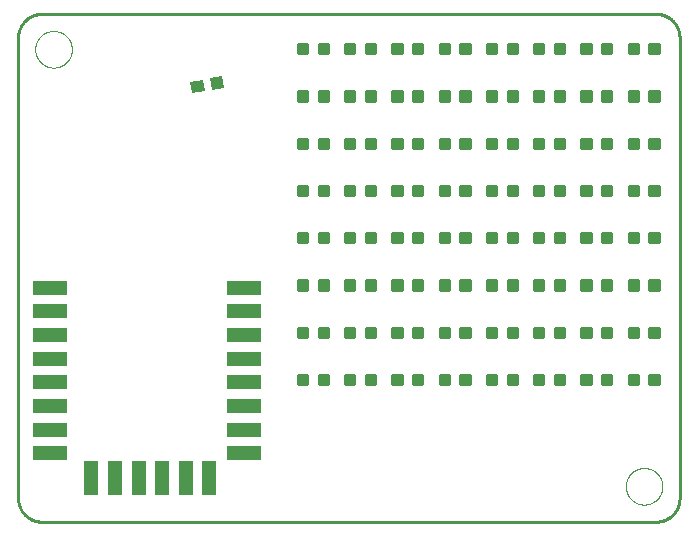
<source format=gtp>
G75*
%MOIN*%
%OFA0B0*%
%FSLAX25Y25*%
%IPPOS*%
%LPD*%
%AMOC8*
5,1,8,0,0,1.08239X$1,22.5*
%
%ADD10C,0.01000*%
%ADD11C,0.00000*%
%ADD12C,0.01181*%
%ADD13R,0.04331X0.03937*%
%ADD14R,0.11811X0.04724*%
%ADD15R,0.04724X0.11811*%
D10*
X0009374Y0001500D02*
X0214098Y0001500D01*
X0214288Y0001502D01*
X0214478Y0001509D01*
X0214668Y0001521D01*
X0214858Y0001537D01*
X0215047Y0001557D01*
X0215236Y0001583D01*
X0215424Y0001612D01*
X0215611Y0001647D01*
X0215797Y0001686D01*
X0215982Y0001729D01*
X0216167Y0001777D01*
X0216350Y0001829D01*
X0216531Y0001885D01*
X0216711Y0001946D01*
X0216890Y0002012D01*
X0217067Y0002081D01*
X0217243Y0002155D01*
X0217416Y0002233D01*
X0217588Y0002316D01*
X0217757Y0002402D01*
X0217925Y0002492D01*
X0218090Y0002587D01*
X0218253Y0002685D01*
X0218413Y0002788D01*
X0218571Y0002894D01*
X0218726Y0003004D01*
X0218879Y0003117D01*
X0219029Y0003235D01*
X0219175Y0003356D01*
X0219319Y0003480D01*
X0219460Y0003608D01*
X0219598Y0003739D01*
X0219733Y0003874D01*
X0219864Y0004012D01*
X0219992Y0004153D01*
X0220116Y0004297D01*
X0220237Y0004443D01*
X0220355Y0004593D01*
X0220468Y0004746D01*
X0220578Y0004901D01*
X0220684Y0005059D01*
X0220787Y0005219D01*
X0220885Y0005382D01*
X0220980Y0005547D01*
X0221070Y0005715D01*
X0221156Y0005884D01*
X0221239Y0006056D01*
X0221317Y0006229D01*
X0221391Y0006405D01*
X0221460Y0006582D01*
X0221526Y0006761D01*
X0221587Y0006941D01*
X0221643Y0007122D01*
X0221695Y0007305D01*
X0221743Y0007490D01*
X0221786Y0007675D01*
X0221825Y0007861D01*
X0221860Y0008048D01*
X0221889Y0008236D01*
X0221915Y0008425D01*
X0221935Y0008614D01*
X0221951Y0008804D01*
X0221963Y0008994D01*
X0221970Y0009184D01*
X0221972Y0009374D01*
X0221972Y0162917D01*
X0221970Y0163107D01*
X0221963Y0163297D01*
X0221951Y0163487D01*
X0221935Y0163677D01*
X0221915Y0163866D01*
X0221889Y0164055D01*
X0221860Y0164243D01*
X0221825Y0164430D01*
X0221786Y0164616D01*
X0221743Y0164801D01*
X0221695Y0164986D01*
X0221643Y0165169D01*
X0221587Y0165350D01*
X0221526Y0165530D01*
X0221460Y0165709D01*
X0221391Y0165886D01*
X0221317Y0166062D01*
X0221239Y0166235D01*
X0221156Y0166407D01*
X0221070Y0166576D01*
X0220980Y0166744D01*
X0220885Y0166909D01*
X0220787Y0167072D01*
X0220684Y0167232D01*
X0220578Y0167390D01*
X0220468Y0167545D01*
X0220355Y0167698D01*
X0220237Y0167848D01*
X0220116Y0167994D01*
X0219992Y0168138D01*
X0219864Y0168279D01*
X0219733Y0168417D01*
X0219598Y0168552D01*
X0219460Y0168683D01*
X0219319Y0168811D01*
X0219175Y0168935D01*
X0219029Y0169056D01*
X0218879Y0169174D01*
X0218726Y0169287D01*
X0218571Y0169397D01*
X0218413Y0169503D01*
X0218253Y0169606D01*
X0218090Y0169704D01*
X0217925Y0169799D01*
X0217757Y0169889D01*
X0217588Y0169975D01*
X0217416Y0170058D01*
X0217243Y0170136D01*
X0217067Y0170210D01*
X0216890Y0170279D01*
X0216711Y0170345D01*
X0216531Y0170406D01*
X0216350Y0170462D01*
X0216167Y0170514D01*
X0215982Y0170562D01*
X0215797Y0170605D01*
X0215611Y0170644D01*
X0215424Y0170679D01*
X0215236Y0170708D01*
X0215047Y0170734D01*
X0214858Y0170754D01*
X0214668Y0170770D01*
X0214478Y0170782D01*
X0214288Y0170789D01*
X0214098Y0170791D01*
X0009374Y0170791D01*
X0009184Y0170789D01*
X0008994Y0170782D01*
X0008804Y0170770D01*
X0008614Y0170754D01*
X0008425Y0170734D01*
X0008236Y0170708D01*
X0008048Y0170679D01*
X0007861Y0170644D01*
X0007675Y0170605D01*
X0007490Y0170562D01*
X0007305Y0170514D01*
X0007122Y0170462D01*
X0006941Y0170406D01*
X0006761Y0170345D01*
X0006582Y0170279D01*
X0006405Y0170210D01*
X0006229Y0170136D01*
X0006056Y0170058D01*
X0005884Y0169975D01*
X0005715Y0169889D01*
X0005547Y0169799D01*
X0005382Y0169704D01*
X0005219Y0169606D01*
X0005059Y0169503D01*
X0004901Y0169397D01*
X0004746Y0169287D01*
X0004593Y0169174D01*
X0004443Y0169056D01*
X0004297Y0168935D01*
X0004153Y0168811D01*
X0004012Y0168683D01*
X0003874Y0168552D01*
X0003739Y0168417D01*
X0003608Y0168279D01*
X0003480Y0168138D01*
X0003356Y0167994D01*
X0003235Y0167848D01*
X0003117Y0167698D01*
X0003004Y0167545D01*
X0002894Y0167390D01*
X0002788Y0167232D01*
X0002685Y0167072D01*
X0002587Y0166909D01*
X0002492Y0166744D01*
X0002402Y0166576D01*
X0002316Y0166407D01*
X0002233Y0166235D01*
X0002155Y0166062D01*
X0002081Y0165886D01*
X0002012Y0165709D01*
X0001946Y0165530D01*
X0001885Y0165350D01*
X0001829Y0165169D01*
X0001777Y0164986D01*
X0001729Y0164801D01*
X0001686Y0164616D01*
X0001647Y0164430D01*
X0001612Y0164243D01*
X0001583Y0164055D01*
X0001557Y0163866D01*
X0001537Y0163677D01*
X0001521Y0163487D01*
X0001509Y0163297D01*
X0001502Y0163107D01*
X0001500Y0162917D01*
X0001500Y0009374D01*
X0001502Y0009184D01*
X0001509Y0008994D01*
X0001521Y0008804D01*
X0001537Y0008614D01*
X0001557Y0008425D01*
X0001583Y0008236D01*
X0001612Y0008048D01*
X0001647Y0007861D01*
X0001686Y0007675D01*
X0001729Y0007490D01*
X0001777Y0007305D01*
X0001829Y0007122D01*
X0001885Y0006941D01*
X0001946Y0006761D01*
X0002012Y0006582D01*
X0002081Y0006405D01*
X0002155Y0006229D01*
X0002233Y0006056D01*
X0002316Y0005884D01*
X0002402Y0005715D01*
X0002492Y0005547D01*
X0002587Y0005382D01*
X0002685Y0005219D01*
X0002788Y0005059D01*
X0002894Y0004901D01*
X0003004Y0004746D01*
X0003117Y0004593D01*
X0003235Y0004443D01*
X0003356Y0004297D01*
X0003480Y0004153D01*
X0003608Y0004012D01*
X0003739Y0003874D01*
X0003874Y0003739D01*
X0004012Y0003608D01*
X0004153Y0003480D01*
X0004297Y0003356D01*
X0004443Y0003235D01*
X0004593Y0003117D01*
X0004746Y0003004D01*
X0004901Y0002894D01*
X0005059Y0002788D01*
X0005219Y0002685D01*
X0005382Y0002587D01*
X0005547Y0002492D01*
X0005715Y0002402D01*
X0005884Y0002316D01*
X0006056Y0002233D01*
X0006229Y0002155D01*
X0006405Y0002081D01*
X0006582Y0002012D01*
X0006761Y0001946D01*
X0006941Y0001885D01*
X0007122Y0001829D01*
X0007305Y0001777D01*
X0007490Y0001729D01*
X0007675Y0001686D01*
X0007861Y0001647D01*
X0008048Y0001612D01*
X0008236Y0001583D01*
X0008425Y0001557D01*
X0008614Y0001537D01*
X0008804Y0001521D01*
X0008994Y0001509D01*
X0009184Y0001502D01*
X0009374Y0001500D01*
D11*
X0204059Y0013311D02*
X0204061Y0013467D01*
X0204067Y0013623D01*
X0204077Y0013778D01*
X0204091Y0013933D01*
X0204109Y0014088D01*
X0204131Y0014242D01*
X0204156Y0014396D01*
X0204186Y0014549D01*
X0204220Y0014701D01*
X0204257Y0014853D01*
X0204298Y0015003D01*
X0204343Y0015152D01*
X0204392Y0015300D01*
X0204445Y0015447D01*
X0204501Y0015592D01*
X0204561Y0015736D01*
X0204625Y0015878D01*
X0204693Y0016019D01*
X0204764Y0016157D01*
X0204838Y0016294D01*
X0204916Y0016429D01*
X0204997Y0016562D01*
X0205082Y0016693D01*
X0205170Y0016822D01*
X0205261Y0016948D01*
X0205356Y0017072D01*
X0205453Y0017193D01*
X0205554Y0017312D01*
X0205658Y0017429D01*
X0205764Y0017542D01*
X0205874Y0017653D01*
X0205986Y0017761D01*
X0206101Y0017866D01*
X0206219Y0017969D01*
X0206339Y0018068D01*
X0206462Y0018164D01*
X0206587Y0018257D01*
X0206714Y0018346D01*
X0206844Y0018433D01*
X0206976Y0018516D01*
X0207110Y0018595D01*
X0207246Y0018672D01*
X0207384Y0018744D01*
X0207523Y0018814D01*
X0207665Y0018879D01*
X0207808Y0018941D01*
X0207952Y0018999D01*
X0208098Y0019054D01*
X0208246Y0019105D01*
X0208394Y0019152D01*
X0208544Y0019195D01*
X0208695Y0019234D01*
X0208847Y0019270D01*
X0208999Y0019301D01*
X0209153Y0019329D01*
X0209307Y0019353D01*
X0209461Y0019373D01*
X0209616Y0019389D01*
X0209772Y0019401D01*
X0209927Y0019409D01*
X0210083Y0019413D01*
X0210239Y0019413D01*
X0210395Y0019409D01*
X0210550Y0019401D01*
X0210706Y0019389D01*
X0210861Y0019373D01*
X0211015Y0019353D01*
X0211169Y0019329D01*
X0211323Y0019301D01*
X0211475Y0019270D01*
X0211627Y0019234D01*
X0211778Y0019195D01*
X0211928Y0019152D01*
X0212076Y0019105D01*
X0212224Y0019054D01*
X0212370Y0018999D01*
X0212514Y0018941D01*
X0212657Y0018879D01*
X0212799Y0018814D01*
X0212938Y0018744D01*
X0213076Y0018672D01*
X0213212Y0018595D01*
X0213346Y0018516D01*
X0213478Y0018433D01*
X0213608Y0018346D01*
X0213735Y0018257D01*
X0213860Y0018164D01*
X0213983Y0018068D01*
X0214103Y0017969D01*
X0214221Y0017866D01*
X0214336Y0017761D01*
X0214448Y0017653D01*
X0214558Y0017542D01*
X0214664Y0017429D01*
X0214768Y0017312D01*
X0214869Y0017193D01*
X0214966Y0017072D01*
X0215061Y0016948D01*
X0215152Y0016822D01*
X0215240Y0016693D01*
X0215325Y0016562D01*
X0215406Y0016429D01*
X0215484Y0016294D01*
X0215558Y0016157D01*
X0215629Y0016019D01*
X0215697Y0015878D01*
X0215761Y0015736D01*
X0215821Y0015592D01*
X0215877Y0015447D01*
X0215930Y0015300D01*
X0215979Y0015152D01*
X0216024Y0015003D01*
X0216065Y0014853D01*
X0216102Y0014701D01*
X0216136Y0014549D01*
X0216166Y0014396D01*
X0216191Y0014242D01*
X0216213Y0014088D01*
X0216231Y0013933D01*
X0216245Y0013778D01*
X0216255Y0013623D01*
X0216261Y0013467D01*
X0216263Y0013311D01*
X0216261Y0013155D01*
X0216255Y0012999D01*
X0216245Y0012844D01*
X0216231Y0012689D01*
X0216213Y0012534D01*
X0216191Y0012380D01*
X0216166Y0012226D01*
X0216136Y0012073D01*
X0216102Y0011921D01*
X0216065Y0011769D01*
X0216024Y0011619D01*
X0215979Y0011470D01*
X0215930Y0011322D01*
X0215877Y0011175D01*
X0215821Y0011030D01*
X0215761Y0010886D01*
X0215697Y0010744D01*
X0215629Y0010603D01*
X0215558Y0010465D01*
X0215484Y0010328D01*
X0215406Y0010193D01*
X0215325Y0010060D01*
X0215240Y0009929D01*
X0215152Y0009800D01*
X0215061Y0009674D01*
X0214966Y0009550D01*
X0214869Y0009429D01*
X0214768Y0009310D01*
X0214664Y0009193D01*
X0214558Y0009080D01*
X0214448Y0008969D01*
X0214336Y0008861D01*
X0214221Y0008756D01*
X0214103Y0008653D01*
X0213983Y0008554D01*
X0213860Y0008458D01*
X0213735Y0008365D01*
X0213608Y0008276D01*
X0213478Y0008189D01*
X0213346Y0008106D01*
X0213212Y0008027D01*
X0213076Y0007950D01*
X0212938Y0007878D01*
X0212799Y0007808D01*
X0212657Y0007743D01*
X0212514Y0007681D01*
X0212370Y0007623D01*
X0212224Y0007568D01*
X0212076Y0007517D01*
X0211928Y0007470D01*
X0211778Y0007427D01*
X0211627Y0007388D01*
X0211475Y0007352D01*
X0211323Y0007321D01*
X0211169Y0007293D01*
X0211015Y0007269D01*
X0210861Y0007249D01*
X0210706Y0007233D01*
X0210550Y0007221D01*
X0210395Y0007213D01*
X0210239Y0007209D01*
X0210083Y0007209D01*
X0209927Y0007213D01*
X0209772Y0007221D01*
X0209616Y0007233D01*
X0209461Y0007249D01*
X0209307Y0007269D01*
X0209153Y0007293D01*
X0208999Y0007321D01*
X0208847Y0007352D01*
X0208695Y0007388D01*
X0208544Y0007427D01*
X0208394Y0007470D01*
X0208246Y0007517D01*
X0208098Y0007568D01*
X0207952Y0007623D01*
X0207808Y0007681D01*
X0207665Y0007743D01*
X0207523Y0007808D01*
X0207384Y0007878D01*
X0207246Y0007950D01*
X0207110Y0008027D01*
X0206976Y0008106D01*
X0206844Y0008189D01*
X0206714Y0008276D01*
X0206587Y0008365D01*
X0206462Y0008458D01*
X0206339Y0008554D01*
X0206219Y0008653D01*
X0206101Y0008756D01*
X0205986Y0008861D01*
X0205874Y0008969D01*
X0205764Y0009080D01*
X0205658Y0009193D01*
X0205554Y0009310D01*
X0205453Y0009429D01*
X0205356Y0009550D01*
X0205261Y0009674D01*
X0205170Y0009800D01*
X0205082Y0009929D01*
X0204997Y0010060D01*
X0204916Y0010193D01*
X0204838Y0010328D01*
X0204764Y0010465D01*
X0204693Y0010603D01*
X0204625Y0010744D01*
X0204561Y0010886D01*
X0204501Y0011030D01*
X0204445Y0011175D01*
X0204392Y0011322D01*
X0204343Y0011470D01*
X0204298Y0011619D01*
X0204257Y0011769D01*
X0204220Y0011921D01*
X0204186Y0012073D01*
X0204156Y0012226D01*
X0204131Y0012380D01*
X0204109Y0012534D01*
X0204091Y0012689D01*
X0204077Y0012844D01*
X0204067Y0012999D01*
X0204061Y0013155D01*
X0204059Y0013311D01*
X0007209Y0158980D02*
X0007211Y0159136D01*
X0007217Y0159292D01*
X0007227Y0159447D01*
X0007241Y0159602D01*
X0007259Y0159757D01*
X0007281Y0159911D01*
X0007306Y0160065D01*
X0007336Y0160218D01*
X0007370Y0160370D01*
X0007407Y0160522D01*
X0007448Y0160672D01*
X0007493Y0160821D01*
X0007542Y0160969D01*
X0007595Y0161116D01*
X0007651Y0161261D01*
X0007711Y0161405D01*
X0007775Y0161547D01*
X0007843Y0161688D01*
X0007914Y0161826D01*
X0007988Y0161963D01*
X0008066Y0162098D01*
X0008147Y0162231D01*
X0008232Y0162362D01*
X0008320Y0162491D01*
X0008411Y0162617D01*
X0008506Y0162741D01*
X0008603Y0162862D01*
X0008704Y0162981D01*
X0008808Y0163098D01*
X0008914Y0163211D01*
X0009024Y0163322D01*
X0009136Y0163430D01*
X0009251Y0163535D01*
X0009369Y0163638D01*
X0009489Y0163737D01*
X0009612Y0163833D01*
X0009737Y0163926D01*
X0009864Y0164015D01*
X0009994Y0164102D01*
X0010126Y0164185D01*
X0010260Y0164264D01*
X0010396Y0164341D01*
X0010534Y0164413D01*
X0010673Y0164483D01*
X0010815Y0164548D01*
X0010958Y0164610D01*
X0011102Y0164668D01*
X0011248Y0164723D01*
X0011396Y0164774D01*
X0011544Y0164821D01*
X0011694Y0164864D01*
X0011845Y0164903D01*
X0011997Y0164939D01*
X0012149Y0164970D01*
X0012303Y0164998D01*
X0012457Y0165022D01*
X0012611Y0165042D01*
X0012766Y0165058D01*
X0012922Y0165070D01*
X0013077Y0165078D01*
X0013233Y0165082D01*
X0013389Y0165082D01*
X0013545Y0165078D01*
X0013700Y0165070D01*
X0013856Y0165058D01*
X0014011Y0165042D01*
X0014165Y0165022D01*
X0014319Y0164998D01*
X0014473Y0164970D01*
X0014625Y0164939D01*
X0014777Y0164903D01*
X0014928Y0164864D01*
X0015078Y0164821D01*
X0015226Y0164774D01*
X0015374Y0164723D01*
X0015520Y0164668D01*
X0015664Y0164610D01*
X0015807Y0164548D01*
X0015949Y0164483D01*
X0016088Y0164413D01*
X0016226Y0164341D01*
X0016362Y0164264D01*
X0016496Y0164185D01*
X0016628Y0164102D01*
X0016758Y0164015D01*
X0016885Y0163926D01*
X0017010Y0163833D01*
X0017133Y0163737D01*
X0017253Y0163638D01*
X0017371Y0163535D01*
X0017486Y0163430D01*
X0017598Y0163322D01*
X0017708Y0163211D01*
X0017814Y0163098D01*
X0017918Y0162981D01*
X0018019Y0162862D01*
X0018116Y0162741D01*
X0018211Y0162617D01*
X0018302Y0162491D01*
X0018390Y0162362D01*
X0018475Y0162231D01*
X0018556Y0162098D01*
X0018634Y0161963D01*
X0018708Y0161826D01*
X0018779Y0161688D01*
X0018847Y0161547D01*
X0018911Y0161405D01*
X0018971Y0161261D01*
X0019027Y0161116D01*
X0019080Y0160969D01*
X0019129Y0160821D01*
X0019174Y0160672D01*
X0019215Y0160522D01*
X0019252Y0160370D01*
X0019286Y0160218D01*
X0019316Y0160065D01*
X0019341Y0159911D01*
X0019363Y0159757D01*
X0019381Y0159602D01*
X0019395Y0159447D01*
X0019405Y0159292D01*
X0019411Y0159136D01*
X0019413Y0158980D01*
X0019411Y0158824D01*
X0019405Y0158668D01*
X0019395Y0158513D01*
X0019381Y0158358D01*
X0019363Y0158203D01*
X0019341Y0158049D01*
X0019316Y0157895D01*
X0019286Y0157742D01*
X0019252Y0157590D01*
X0019215Y0157438D01*
X0019174Y0157288D01*
X0019129Y0157139D01*
X0019080Y0156991D01*
X0019027Y0156844D01*
X0018971Y0156699D01*
X0018911Y0156555D01*
X0018847Y0156413D01*
X0018779Y0156272D01*
X0018708Y0156134D01*
X0018634Y0155997D01*
X0018556Y0155862D01*
X0018475Y0155729D01*
X0018390Y0155598D01*
X0018302Y0155469D01*
X0018211Y0155343D01*
X0018116Y0155219D01*
X0018019Y0155098D01*
X0017918Y0154979D01*
X0017814Y0154862D01*
X0017708Y0154749D01*
X0017598Y0154638D01*
X0017486Y0154530D01*
X0017371Y0154425D01*
X0017253Y0154322D01*
X0017133Y0154223D01*
X0017010Y0154127D01*
X0016885Y0154034D01*
X0016758Y0153945D01*
X0016628Y0153858D01*
X0016496Y0153775D01*
X0016362Y0153696D01*
X0016226Y0153619D01*
X0016088Y0153547D01*
X0015949Y0153477D01*
X0015807Y0153412D01*
X0015664Y0153350D01*
X0015520Y0153292D01*
X0015374Y0153237D01*
X0015226Y0153186D01*
X0015078Y0153139D01*
X0014928Y0153096D01*
X0014777Y0153057D01*
X0014625Y0153021D01*
X0014473Y0152990D01*
X0014319Y0152962D01*
X0014165Y0152938D01*
X0014011Y0152918D01*
X0013856Y0152902D01*
X0013700Y0152890D01*
X0013545Y0152882D01*
X0013389Y0152878D01*
X0013233Y0152878D01*
X0013077Y0152882D01*
X0012922Y0152890D01*
X0012766Y0152902D01*
X0012611Y0152918D01*
X0012457Y0152938D01*
X0012303Y0152962D01*
X0012149Y0152990D01*
X0011997Y0153021D01*
X0011845Y0153057D01*
X0011694Y0153096D01*
X0011544Y0153139D01*
X0011396Y0153186D01*
X0011248Y0153237D01*
X0011102Y0153292D01*
X0010958Y0153350D01*
X0010815Y0153412D01*
X0010673Y0153477D01*
X0010534Y0153547D01*
X0010396Y0153619D01*
X0010260Y0153696D01*
X0010126Y0153775D01*
X0009994Y0153858D01*
X0009864Y0153945D01*
X0009737Y0154034D01*
X0009612Y0154127D01*
X0009489Y0154223D01*
X0009369Y0154322D01*
X0009251Y0154425D01*
X0009136Y0154530D01*
X0009024Y0154638D01*
X0008914Y0154749D01*
X0008808Y0154862D01*
X0008704Y0154979D01*
X0008603Y0155098D01*
X0008506Y0155219D01*
X0008411Y0155343D01*
X0008320Y0155469D01*
X0008232Y0155598D01*
X0008147Y0155729D01*
X0008066Y0155862D01*
X0007988Y0155997D01*
X0007914Y0156134D01*
X0007843Y0156272D01*
X0007775Y0156413D01*
X0007711Y0156555D01*
X0007651Y0156699D01*
X0007595Y0156844D01*
X0007542Y0156991D01*
X0007493Y0157139D01*
X0007448Y0157288D01*
X0007407Y0157438D01*
X0007370Y0157590D01*
X0007336Y0157742D01*
X0007306Y0157895D01*
X0007281Y0158049D01*
X0007259Y0158203D01*
X0007241Y0158358D01*
X0007227Y0158513D01*
X0007217Y0158668D01*
X0007211Y0158824D01*
X0007209Y0158980D01*
D12*
X0095094Y0157602D02*
X0095094Y0160358D01*
X0097850Y0160358D01*
X0097850Y0157602D01*
X0095094Y0157602D01*
X0095094Y0158782D02*
X0097850Y0158782D01*
X0097850Y0159962D02*
X0095094Y0159962D01*
X0102000Y0160358D02*
X0102000Y0157602D01*
X0102000Y0160358D02*
X0104756Y0160358D01*
X0104756Y0157602D01*
X0102000Y0157602D01*
X0102000Y0158782D02*
X0104756Y0158782D01*
X0104756Y0159962D02*
X0102000Y0159962D01*
X0110842Y0160358D02*
X0110842Y0157602D01*
X0110842Y0160358D02*
X0113598Y0160358D01*
X0113598Y0157602D01*
X0110842Y0157602D01*
X0110842Y0158782D02*
X0113598Y0158782D01*
X0113598Y0159962D02*
X0110842Y0159962D01*
X0117748Y0160358D02*
X0117748Y0157602D01*
X0117748Y0160358D02*
X0120504Y0160358D01*
X0120504Y0157602D01*
X0117748Y0157602D01*
X0117748Y0158782D02*
X0120504Y0158782D01*
X0120504Y0159962D02*
X0117748Y0159962D01*
X0126591Y0160358D02*
X0126591Y0157602D01*
X0126591Y0160358D02*
X0129347Y0160358D01*
X0129347Y0157602D01*
X0126591Y0157602D01*
X0126591Y0158782D02*
X0129347Y0158782D01*
X0129347Y0159962D02*
X0126591Y0159962D01*
X0133496Y0160358D02*
X0133496Y0157602D01*
X0133496Y0160358D02*
X0136252Y0160358D01*
X0136252Y0157602D01*
X0133496Y0157602D01*
X0133496Y0158782D02*
X0136252Y0158782D01*
X0136252Y0159962D02*
X0133496Y0159962D01*
X0142339Y0160358D02*
X0142339Y0157602D01*
X0142339Y0160358D02*
X0145095Y0160358D01*
X0145095Y0157602D01*
X0142339Y0157602D01*
X0142339Y0158782D02*
X0145095Y0158782D01*
X0145095Y0159962D02*
X0142339Y0159962D01*
X0149244Y0160358D02*
X0149244Y0157602D01*
X0149244Y0160358D02*
X0152000Y0160358D01*
X0152000Y0157602D01*
X0149244Y0157602D01*
X0149244Y0158782D02*
X0152000Y0158782D01*
X0152000Y0159962D02*
X0149244Y0159962D01*
X0158087Y0160358D02*
X0158087Y0157602D01*
X0158087Y0160358D02*
X0160843Y0160358D01*
X0160843Y0157602D01*
X0158087Y0157602D01*
X0158087Y0158782D02*
X0160843Y0158782D01*
X0160843Y0159962D02*
X0158087Y0159962D01*
X0164992Y0160358D02*
X0164992Y0157602D01*
X0164992Y0160358D02*
X0167748Y0160358D01*
X0167748Y0157602D01*
X0164992Y0157602D01*
X0164992Y0158782D02*
X0167748Y0158782D01*
X0167748Y0159962D02*
X0164992Y0159962D01*
X0173835Y0160358D02*
X0173835Y0157602D01*
X0173835Y0160358D02*
X0176591Y0160358D01*
X0176591Y0157602D01*
X0173835Y0157602D01*
X0173835Y0158782D02*
X0176591Y0158782D01*
X0176591Y0159962D02*
X0173835Y0159962D01*
X0180740Y0160358D02*
X0180740Y0157602D01*
X0180740Y0160358D02*
X0183496Y0160358D01*
X0183496Y0157602D01*
X0180740Y0157602D01*
X0180740Y0158782D02*
X0183496Y0158782D01*
X0183496Y0159962D02*
X0180740Y0159962D01*
X0189583Y0160358D02*
X0189583Y0157602D01*
X0189583Y0160358D02*
X0192339Y0160358D01*
X0192339Y0157602D01*
X0189583Y0157602D01*
X0189583Y0158782D02*
X0192339Y0158782D01*
X0192339Y0159962D02*
X0189583Y0159962D01*
X0196488Y0160358D02*
X0196488Y0157602D01*
X0196488Y0160358D02*
X0199244Y0160358D01*
X0199244Y0157602D01*
X0196488Y0157602D01*
X0196488Y0158782D02*
X0199244Y0158782D01*
X0199244Y0159962D02*
X0196488Y0159962D01*
X0205331Y0160358D02*
X0205331Y0157602D01*
X0205331Y0160358D02*
X0208087Y0160358D01*
X0208087Y0157602D01*
X0205331Y0157602D01*
X0205331Y0158782D02*
X0208087Y0158782D01*
X0208087Y0159962D02*
X0205331Y0159962D01*
X0212236Y0160358D02*
X0212236Y0157602D01*
X0212236Y0160358D02*
X0214992Y0160358D01*
X0214992Y0157602D01*
X0212236Y0157602D01*
X0212236Y0158782D02*
X0214992Y0158782D01*
X0214992Y0159962D02*
X0212236Y0159962D01*
X0212236Y0144610D02*
X0212236Y0141854D01*
X0212236Y0144610D02*
X0214992Y0144610D01*
X0214992Y0141854D01*
X0212236Y0141854D01*
X0212236Y0143034D02*
X0214992Y0143034D01*
X0214992Y0144214D02*
X0212236Y0144214D01*
X0205331Y0144610D02*
X0205331Y0141854D01*
X0205331Y0144610D02*
X0208087Y0144610D01*
X0208087Y0141854D01*
X0205331Y0141854D01*
X0205331Y0143034D02*
X0208087Y0143034D01*
X0208087Y0144214D02*
X0205331Y0144214D01*
X0196488Y0144610D02*
X0196488Y0141854D01*
X0196488Y0144610D02*
X0199244Y0144610D01*
X0199244Y0141854D01*
X0196488Y0141854D01*
X0196488Y0143034D02*
X0199244Y0143034D01*
X0199244Y0144214D02*
X0196488Y0144214D01*
X0189583Y0144610D02*
X0189583Y0141854D01*
X0189583Y0144610D02*
X0192339Y0144610D01*
X0192339Y0141854D01*
X0189583Y0141854D01*
X0189583Y0143034D02*
X0192339Y0143034D01*
X0192339Y0144214D02*
X0189583Y0144214D01*
X0180740Y0144610D02*
X0180740Y0141854D01*
X0180740Y0144610D02*
X0183496Y0144610D01*
X0183496Y0141854D01*
X0180740Y0141854D01*
X0180740Y0143034D02*
X0183496Y0143034D01*
X0183496Y0144214D02*
X0180740Y0144214D01*
X0173835Y0144610D02*
X0173835Y0141854D01*
X0173835Y0144610D02*
X0176591Y0144610D01*
X0176591Y0141854D01*
X0173835Y0141854D01*
X0173835Y0143034D02*
X0176591Y0143034D01*
X0176591Y0144214D02*
X0173835Y0144214D01*
X0164992Y0144610D02*
X0164992Y0141854D01*
X0164992Y0144610D02*
X0167748Y0144610D01*
X0167748Y0141854D01*
X0164992Y0141854D01*
X0164992Y0143034D02*
X0167748Y0143034D01*
X0167748Y0144214D02*
X0164992Y0144214D01*
X0158087Y0144610D02*
X0158087Y0141854D01*
X0158087Y0144610D02*
X0160843Y0144610D01*
X0160843Y0141854D01*
X0158087Y0141854D01*
X0158087Y0143034D02*
X0160843Y0143034D01*
X0160843Y0144214D02*
X0158087Y0144214D01*
X0149244Y0144610D02*
X0149244Y0141854D01*
X0149244Y0144610D02*
X0152000Y0144610D01*
X0152000Y0141854D01*
X0149244Y0141854D01*
X0149244Y0143034D02*
X0152000Y0143034D01*
X0152000Y0144214D02*
X0149244Y0144214D01*
X0142339Y0144610D02*
X0142339Y0141854D01*
X0142339Y0144610D02*
X0145095Y0144610D01*
X0145095Y0141854D01*
X0142339Y0141854D01*
X0142339Y0143034D02*
X0145095Y0143034D01*
X0145095Y0144214D02*
X0142339Y0144214D01*
X0133496Y0144610D02*
X0133496Y0141854D01*
X0133496Y0144610D02*
X0136252Y0144610D01*
X0136252Y0141854D01*
X0133496Y0141854D01*
X0133496Y0143034D02*
X0136252Y0143034D01*
X0136252Y0144214D02*
X0133496Y0144214D01*
X0126591Y0144610D02*
X0126591Y0141854D01*
X0126591Y0144610D02*
X0129347Y0144610D01*
X0129347Y0141854D01*
X0126591Y0141854D01*
X0126591Y0143034D02*
X0129347Y0143034D01*
X0129347Y0144214D02*
X0126591Y0144214D01*
X0117748Y0144610D02*
X0117748Y0141854D01*
X0117748Y0144610D02*
X0120504Y0144610D01*
X0120504Y0141854D01*
X0117748Y0141854D01*
X0117748Y0143034D02*
X0120504Y0143034D01*
X0120504Y0144214D02*
X0117748Y0144214D01*
X0110842Y0144610D02*
X0110842Y0141854D01*
X0110842Y0144610D02*
X0113598Y0144610D01*
X0113598Y0141854D01*
X0110842Y0141854D01*
X0110842Y0143034D02*
X0113598Y0143034D01*
X0113598Y0144214D02*
X0110842Y0144214D01*
X0102000Y0144610D02*
X0102000Y0141854D01*
X0102000Y0144610D02*
X0104756Y0144610D01*
X0104756Y0141854D01*
X0102000Y0141854D01*
X0102000Y0143034D02*
X0104756Y0143034D01*
X0104756Y0144214D02*
X0102000Y0144214D01*
X0095094Y0144610D02*
X0095094Y0141854D01*
X0095094Y0144610D02*
X0097850Y0144610D01*
X0097850Y0141854D01*
X0095094Y0141854D01*
X0095094Y0143034D02*
X0097850Y0143034D01*
X0097850Y0144214D02*
X0095094Y0144214D01*
X0095094Y0128862D02*
X0095094Y0126106D01*
X0095094Y0128862D02*
X0097850Y0128862D01*
X0097850Y0126106D01*
X0095094Y0126106D01*
X0095094Y0127286D02*
X0097850Y0127286D01*
X0097850Y0128466D02*
X0095094Y0128466D01*
X0102000Y0128862D02*
X0102000Y0126106D01*
X0102000Y0128862D02*
X0104756Y0128862D01*
X0104756Y0126106D01*
X0102000Y0126106D01*
X0102000Y0127286D02*
X0104756Y0127286D01*
X0104756Y0128466D02*
X0102000Y0128466D01*
X0110842Y0128862D02*
X0110842Y0126106D01*
X0110842Y0128862D02*
X0113598Y0128862D01*
X0113598Y0126106D01*
X0110842Y0126106D01*
X0110842Y0127286D02*
X0113598Y0127286D01*
X0113598Y0128466D02*
X0110842Y0128466D01*
X0117748Y0128862D02*
X0117748Y0126106D01*
X0117748Y0128862D02*
X0120504Y0128862D01*
X0120504Y0126106D01*
X0117748Y0126106D01*
X0117748Y0127286D02*
X0120504Y0127286D01*
X0120504Y0128466D02*
X0117748Y0128466D01*
X0126591Y0128862D02*
X0126591Y0126106D01*
X0126591Y0128862D02*
X0129347Y0128862D01*
X0129347Y0126106D01*
X0126591Y0126106D01*
X0126591Y0127286D02*
X0129347Y0127286D01*
X0129347Y0128466D02*
X0126591Y0128466D01*
X0133496Y0128862D02*
X0133496Y0126106D01*
X0133496Y0128862D02*
X0136252Y0128862D01*
X0136252Y0126106D01*
X0133496Y0126106D01*
X0133496Y0127286D02*
X0136252Y0127286D01*
X0136252Y0128466D02*
X0133496Y0128466D01*
X0142339Y0128862D02*
X0142339Y0126106D01*
X0142339Y0128862D02*
X0145095Y0128862D01*
X0145095Y0126106D01*
X0142339Y0126106D01*
X0142339Y0127286D02*
X0145095Y0127286D01*
X0145095Y0128466D02*
X0142339Y0128466D01*
X0149244Y0128862D02*
X0149244Y0126106D01*
X0149244Y0128862D02*
X0152000Y0128862D01*
X0152000Y0126106D01*
X0149244Y0126106D01*
X0149244Y0127286D02*
X0152000Y0127286D01*
X0152000Y0128466D02*
X0149244Y0128466D01*
X0158087Y0128862D02*
X0158087Y0126106D01*
X0158087Y0128862D02*
X0160843Y0128862D01*
X0160843Y0126106D01*
X0158087Y0126106D01*
X0158087Y0127286D02*
X0160843Y0127286D01*
X0160843Y0128466D02*
X0158087Y0128466D01*
X0164992Y0128862D02*
X0164992Y0126106D01*
X0164992Y0128862D02*
X0167748Y0128862D01*
X0167748Y0126106D01*
X0164992Y0126106D01*
X0164992Y0127286D02*
X0167748Y0127286D01*
X0167748Y0128466D02*
X0164992Y0128466D01*
X0173835Y0128862D02*
X0173835Y0126106D01*
X0173835Y0128862D02*
X0176591Y0128862D01*
X0176591Y0126106D01*
X0173835Y0126106D01*
X0173835Y0127286D02*
X0176591Y0127286D01*
X0176591Y0128466D02*
X0173835Y0128466D01*
X0180740Y0128862D02*
X0180740Y0126106D01*
X0180740Y0128862D02*
X0183496Y0128862D01*
X0183496Y0126106D01*
X0180740Y0126106D01*
X0180740Y0127286D02*
X0183496Y0127286D01*
X0183496Y0128466D02*
X0180740Y0128466D01*
X0189583Y0128862D02*
X0189583Y0126106D01*
X0189583Y0128862D02*
X0192339Y0128862D01*
X0192339Y0126106D01*
X0189583Y0126106D01*
X0189583Y0127286D02*
X0192339Y0127286D01*
X0192339Y0128466D02*
X0189583Y0128466D01*
X0196488Y0128862D02*
X0196488Y0126106D01*
X0196488Y0128862D02*
X0199244Y0128862D01*
X0199244Y0126106D01*
X0196488Y0126106D01*
X0196488Y0127286D02*
X0199244Y0127286D01*
X0199244Y0128466D02*
X0196488Y0128466D01*
X0205331Y0128862D02*
X0205331Y0126106D01*
X0205331Y0128862D02*
X0208087Y0128862D01*
X0208087Y0126106D01*
X0205331Y0126106D01*
X0205331Y0127286D02*
X0208087Y0127286D01*
X0208087Y0128466D02*
X0205331Y0128466D01*
X0212236Y0128862D02*
X0212236Y0126106D01*
X0212236Y0128862D02*
X0214992Y0128862D01*
X0214992Y0126106D01*
X0212236Y0126106D01*
X0212236Y0127286D02*
X0214992Y0127286D01*
X0214992Y0128466D02*
X0212236Y0128466D01*
X0212236Y0113114D02*
X0212236Y0110358D01*
X0212236Y0113114D02*
X0214992Y0113114D01*
X0214992Y0110358D01*
X0212236Y0110358D01*
X0212236Y0111538D02*
X0214992Y0111538D01*
X0214992Y0112718D02*
X0212236Y0112718D01*
X0205331Y0113114D02*
X0205331Y0110358D01*
X0205331Y0113114D02*
X0208087Y0113114D01*
X0208087Y0110358D01*
X0205331Y0110358D01*
X0205331Y0111538D02*
X0208087Y0111538D01*
X0208087Y0112718D02*
X0205331Y0112718D01*
X0196488Y0113114D02*
X0196488Y0110358D01*
X0196488Y0113114D02*
X0199244Y0113114D01*
X0199244Y0110358D01*
X0196488Y0110358D01*
X0196488Y0111538D02*
X0199244Y0111538D01*
X0199244Y0112718D02*
X0196488Y0112718D01*
X0189583Y0113114D02*
X0189583Y0110358D01*
X0189583Y0113114D02*
X0192339Y0113114D01*
X0192339Y0110358D01*
X0189583Y0110358D01*
X0189583Y0111538D02*
X0192339Y0111538D01*
X0192339Y0112718D02*
X0189583Y0112718D01*
X0180740Y0113114D02*
X0180740Y0110358D01*
X0180740Y0113114D02*
X0183496Y0113114D01*
X0183496Y0110358D01*
X0180740Y0110358D01*
X0180740Y0111538D02*
X0183496Y0111538D01*
X0183496Y0112718D02*
X0180740Y0112718D01*
X0173835Y0113114D02*
X0173835Y0110358D01*
X0173835Y0113114D02*
X0176591Y0113114D01*
X0176591Y0110358D01*
X0173835Y0110358D01*
X0173835Y0111538D02*
X0176591Y0111538D01*
X0176591Y0112718D02*
X0173835Y0112718D01*
X0164992Y0113114D02*
X0164992Y0110358D01*
X0164992Y0113114D02*
X0167748Y0113114D01*
X0167748Y0110358D01*
X0164992Y0110358D01*
X0164992Y0111538D02*
X0167748Y0111538D01*
X0167748Y0112718D02*
X0164992Y0112718D01*
X0158087Y0113114D02*
X0158087Y0110358D01*
X0158087Y0113114D02*
X0160843Y0113114D01*
X0160843Y0110358D01*
X0158087Y0110358D01*
X0158087Y0111538D02*
X0160843Y0111538D01*
X0160843Y0112718D02*
X0158087Y0112718D01*
X0149244Y0113114D02*
X0149244Y0110358D01*
X0149244Y0113114D02*
X0152000Y0113114D01*
X0152000Y0110358D01*
X0149244Y0110358D01*
X0149244Y0111538D02*
X0152000Y0111538D01*
X0152000Y0112718D02*
X0149244Y0112718D01*
X0142339Y0113114D02*
X0142339Y0110358D01*
X0142339Y0113114D02*
X0145095Y0113114D01*
X0145095Y0110358D01*
X0142339Y0110358D01*
X0142339Y0111538D02*
X0145095Y0111538D01*
X0145095Y0112718D02*
X0142339Y0112718D01*
X0133496Y0113114D02*
X0133496Y0110358D01*
X0133496Y0113114D02*
X0136252Y0113114D01*
X0136252Y0110358D01*
X0133496Y0110358D01*
X0133496Y0111538D02*
X0136252Y0111538D01*
X0136252Y0112718D02*
X0133496Y0112718D01*
X0126591Y0113114D02*
X0126591Y0110358D01*
X0126591Y0113114D02*
X0129347Y0113114D01*
X0129347Y0110358D01*
X0126591Y0110358D01*
X0126591Y0111538D02*
X0129347Y0111538D01*
X0129347Y0112718D02*
X0126591Y0112718D01*
X0117748Y0113114D02*
X0117748Y0110358D01*
X0117748Y0113114D02*
X0120504Y0113114D01*
X0120504Y0110358D01*
X0117748Y0110358D01*
X0117748Y0111538D02*
X0120504Y0111538D01*
X0120504Y0112718D02*
X0117748Y0112718D01*
X0110842Y0113114D02*
X0110842Y0110358D01*
X0110842Y0113114D02*
X0113598Y0113114D01*
X0113598Y0110358D01*
X0110842Y0110358D01*
X0110842Y0111538D02*
X0113598Y0111538D01*
X0113598Y0112718D02*
X0110842Y0112718D01*
X0102000Y0113114D02*
X0102000Y0110358D01*
X0102000Y0113114D02*
X0104756Y0113114D01*
X0104756Y0110358D01*
X0102000Y0110358D01*
X0102000Y0111538D02*
X0104756Y0111538D01*
X0104756Y0112718D02*
X0102000Y0112718D01*
X0095094Y0113114D02*
X0095094Y0110358D01*
X0095094Y0113114D02*
X0097850Y0113114D01*
X0097850Y0110358D01*
X0095094Y0110358D01*
X0095094Y0111538D02*
X0097850Y0111538D01*
X0097850Y0112718D02*
X0095094Y0112718D01*
X0095094Y0097366D02*
X0095094Y0094610D01*
X0095094Y0097366D02*
X0097850Y0097366D01*
X0097850Y0094610D01*
X0095094Y0094610D01*
X0095094Y0095790D02*
X0097850Y0095790D01*
X0097850Y0096970D02*
X0095094Y0096970D01*
X0102000Y0097366D02*
X0102000Y0094610D01*
X0102000Y0097366D02*
X0104756Y0097366D01*
X0104756Y0094610D01*
X0102000Y0094610D01*
X0102000Y0095790D02*
X0104756Y0095790D01*
X0104756Y0096970D02*
X0102000Y0096970D01*
X0110842Y0097366D02*
X0110842Y0094610D01*
X0110842Y0097366D02*
X0113598Y0097366D01*
X0113598Y0094610D01*
X0110842Y0094610D01*
X0110842Y0095790D02*
X0113598Y0095790D01*
X0113598Y0096970D02*
X0110842Y0096970D01*
X0117748Y0097366D02*
X0117748Y0094610D01*
X0117748Y0097366D02*
X0120504Y0097366D01*
X0120504Y0094610D01*
X0117748Y0094610D01*
X0117748Y0095790D02*
X0120504Y0095790D01*
X0120504Y0096970D02*
X0117748Y0096970D01*
X0126591Y0097366D02*
X0126591Y0094610D01*
X0126591Y0097366D02*
X0129347Y0097366D01*
X0129347Y0094610D01*
X0126591Y0094610D01*
X0126591Y0095790D02*
X0129347Y0095790D01*
X0129347Y0096970D02*
X0126591Y0096970D01*
X0133496Y0097366D02*
X0133496Y0094610D01*
X0133496Y0097366D02*
X0136252Y0097366D01*
X0136252Y0094610D01*
X0133496Y0094610D01*
X0133496Y0095790D02*
X0136252Y0095790D01*
X0136252Y0096970D02*
X0133496Y0096970D01*
X0142339Y0097366D02*
X0142339Y0094610D01*
X0142339Y0097366D02*
X0145095Y0097366D01*
X0145095Y0094610D01*
X0142339Y0094610D01*
X0142339Y0095790D02*
X0145095Y0095790D01*
X0145095Y0096970D02*
X0142339Y0096970D01*
X0149244Y0097366D02*
X0149244Y0094610D01*
X0149244Y0097366D02*
X0152000Y0097366D01*
X0152000Y0094610D01*
X0149244Y0094610D01*
X0149244Y0095790D02*
X0152000Y0095790D01*
X0152000Y0096970D02*
X0149244Y0096970D01*
X0158087Y0097366D02*
X0158087Y0094610D01*
X0158087Y0097366D02*
X0160843Y0097366D01*
X0160843Y0094610D01*
X0158087Y0094610D01*
X0158087Y0095790D02*
X0160843Y0095790D01*
X0160843Y0096970D02*
X0158087Y0096970D01*
X0164992Y0097366D02*
X0164992Y0094610D01*
X0164992Y0097366D02*
X0167748Y0097366D01*
X0167748Y0094610D01*
X0164992Y0094610D01*
X0164992Y0095790D02*
X0167748Y0095790D01*
X0167748Y0096970D02*
X0164992Y0096970D01*
X0173835Y0097366D02*
X0173835Y0094610D01*
X0173835Y0097366D02*
X0176591Y0097366D01*
X0176591Y0094610D01*
X0173835Y0094610D01*
X0173835Y0095790D02*
X0176591Y0095790D01*
X0176591Y0096970D02*
X0173835Y0096970D01*
X0180740Y0097366D02*
X0180740Y0094610D01*
X0180740Y0097366D02*
X0183496Y0097366D01*
X0183496Y0094610D01*
X0180740Y0094610D01*
X0180740Y0095790D02*
X0183496Y0095790D01*
X0183496Y0096970D02*
X0180740Y0096970D01*
X0189583Y0097366D02*
X0189583Y0094610D01*
X0189583Y0097366D02*
X0192339Y0097366D01*
X0192339Y0094610D01*
X0189583Y0094610D01*
X0189583Y0095790D02*
X0192339Y0095790D01*
X0192339Y0096970D02*
X0189583Y0096970D01*
X0196488Y0097366D02*
X0196488Y0094610D01*
X0196488Y0097366D02*
X0199244Y0097366D01*
X0199244Y0094610D01*
X0196488Y0094610D01*
X0196488Y0095790D02*
X0199244Y0095790D01*
X0199244Y0096970D02*
X0196488Y0096970D01*
X0205331Y0097366D02*
X0205331Y0094610D01*
X0205331Y0097366D02*
X0208087Y0097366D01*
X0208087Y0094610D01*
X0205331Y0094610D01*
X0205331Y0095790D02*
X0208087Y0095790D01*
X0208087Y0096970D02*
X0205331Y0096970D01*
X0212236Y0097366D02*
X0212236Y0094610D01*
X0212236Y0097366D02*
X0214992Y0097366D01*
X0214992Y0094610D01*
X0212236Y0094610D01*
X0212236Y0095790D02*
X0214992Y0095790D01*
X0214992Y0096970D02*
X0212236Y0096970D01*
X0212236Y0081618D02*
X0212236Y0078862D01*
X0212236Y0081618D02*
X0214992Y0081618D01*
X0214992Y0078862D01*
X0212236Y0078862D01*
X0212236Y0080042D02*
X0214992Y0080042D01*
X0214992Y0081222D02*
X0212236Y0081222D01*
X0205331Y0081618D02*
X0205331Y0078862D01*
X0205331Y0081618D02*
X0208087Y0081618D01*
X0208087Y0078862D01*
X0205331Y0078862D01*
X0205331Y0080042D02*
X0208087Y0080042D01*
X0208087Y0081222D02*
X0205331Y0081222D01*
X0196488Y0081618D02*
X0196488Y0078862D01*
X0196488Y0081618D02*
X0199244Y0081618D01*
X0199244Y0078862D01*
X0196488Y0078862D01*
X0196488Y0080042D02*
X0199244Y0080042D01*
X0199244Y0081222D02*
X0196488Y0081222D01*
X0189583Y0081618D02*
X0189583Y0078862D01*
X0189583Y0081618D02*
X0192339Y0081618D01*
X0192339Y0078862D01*
X0189583Y0078862D01*
X0189583Y0080042D02*
X0192339Y0080042D01*
X0192339Y0081222D02*
X0189583Y0081222D01*
X0180740Y0081618D02*
X0180740Y0078862D01*
X0180740Y0081618D02*
X0183496Y0081618D01*
X0183496Y0078862D01*
X0180740Y0078862D01*
X0180740Y0080042D02*
X0183496Y0080042D01*
X0183496Y0081222D02*
X0180740Y0081222D01*
X0173835Y0081618D02*
X0173835Y0078862D01*
X0173835Y0081618D02*
X0176591Y0081618D01*
X0176591Y0078862D01*
X0173835Y0078862D01*
X0173835Y0080042D02*
X0176591Y0080042D01*
X0176591Y0081222D02*
X0173835Y0081222D01*
X0164992Y0081618D02*
X0164992Y0078862D01*
X0164992Y0081618D02*
X0167748Y0081618D01*
X0167748Y0078862D01*
X0164992Y0078862D01*
X0164992Y0080042D02*
X0167748Y0080042D01*
X0167748Y0081222D02*
X0164992Y0081222D01*
X0158087Y0081618D02*
X0158087Y0078862D01*
X0158087Y0081618D02*
X0160843Y0081618D01*
X0160843Y0078862D01*
X0158087Y0078862D01*
X0158087Y0080042D02*
X0160843Y0080042D01*
X0160843Y0081222D02*
X0158087Y0081222D01*
X0149244Y0081618D02*
X0149244Y0078862D01*
X0149244Y0081618D02*
X0152000Y0081618D01*
X0152000Y0078862D01*
X0149244Y0078862D01*
X0149244Y0080042D02*
X0152000Y0080042D01*
X0152000Y0081222D02*
X0149244Y0081222D01*
X0142339Y0081618D02*
X0142339Y0078862D01*
X0142339Y0081618D02*
X0145095Y0081618D01*
X0145095Y0078862D01*
X0142339Y0078862D01*
X0142339Y0080042D02*
X0145095Y0080042D01*
X0145095Y0081222D02*
X0142339Y0081222D01*
X0133496Y0081618D02*
X0133496Y0078862D01*
X0133496Y0081618D02*
X0136252Y0081618D01*
X0136252Y0078862D01*
X0133496Y0078862D01*
X0133496Y0080042D02*
X0136252Y0080042D01*
X0136252Y0081222D02*
X0133496Y0081222D01*
X0126591Y0081618D02*
X0126591Y0078862D01*
X0126591Y0081618D02*
X0129347Y0081618D01*
X0129347Y0078862D01*
X0126591Y0078862D01*
X0126591Y0080042D02*
X0129347Y0080042D01*
X0129347Y0081222D02*
X0126591Y0081222D01*
X0117748Y0081618D02*
X0117748Y0078862D01*
X0117748Y0081618D02*
X0120504Y0081618D01*
X0120504Y0078862D01*
X0117748Y0078862D01*
X0117748Y0080042D02*
X0120504Y0080042D01*
X0120504Y0081222D02*
X0117748Y0081222D01*
X0110842Y0081618D02*
X0110842Y0078862D01*
X0110842Y0081618D02*
X0113598Y0081618D01*
X0113598Y0078862D01*
X0110842Y0078862D01*
X0110842Y0080042D02*
X0113598Y0080042D01*
X0113598Y0081222D02*
X0110842Y0081222D01*
X0102000Y0081618D02*
X0102000Y0078862D01*
X0102000Y0081618D02*
X0104756Y0081618D01*
X0104756Y0078862D01*
X0102000Y0078862D01*
X0102000Y0080042D02*
X0104756Y0080042D01*
X0104756Y0081222D02*
X0102000Y0081222D01*
X0095094Y0081618D02*
X0095094Y0078862D01*
X0095094Y0081618D02*
X0097850Y0081618D01*
X0097850Y0078862D01*
X0095094Y0078862D01*
X0095094Y0080042D02*
X0097850Y0080042D01*
X0097850Y0081222D02*
X0095094Y0081222D01*
X0095094Y0065870D02*
X0095094Y0063114D01*
X0095094Y0065870D02*
X0097850Y0065870D01*
X0097850Y0063114D01*
X0095094Y0063114D01*
X0095094Y0064294D02*
X0097850Y0064294D01*
X0097850Y0065474D02*
X0095094Y0065474D01*
X0102000Y0065870D02*
X0102000Y0063114D01*
X0102000Y0065870D02*
X0104756Y0065870D01*
X0104756Y0063114D01*
X0102000Y0063114D01*
X0102000Y0064294D02*
X0104756Y0064294D01*
X0104756Y0065474D02*
X0102000Y0065474D01*
X0110842Y0065870D02*
X0110842Y0063114D01*
X0110842Y0065870D02*
X0113598Y0065870D01*
X0113598Y0063114D01*
X0110842Y0063114D01*
X0110842Y0064294D02*
X0113598Y0064294D01*
X0113598Y0065474D02*
X0110842Y0065474D01*
X0117748Y0065870D02*
X0117748Y0063114D01*
X0117748Y0065870D02*
X0120504Y0065870D01*
X0120504Y0063114D01*
X0117748Y0063114D01*
X0117748Y0064294D02*
X0120504Y0064294D01*
X0120504Y0065474D02*
X0117748Y0065474D01*
X0126591Y0065870D02*
X0126591Y0063114D01*
X0126591Y0065870D02*
X0129347Y0065870D01*
X0129347Y0063114D01*
X0126591Y0063114D01*
X0126591Y0064294D02*
X0129347Y0064294D01*
X0129347Y0065474D02*
X0126591Y0065474D01*
X0133496Y0065870D02*
X0133496Y0063114D01*
X0133496Y0065870D02*
X0136252Y0065870D01*
X0136252Y0063114D01*
X0133496Y0063114D01*
X0133496Y0064294D02*
X0136252Y0064294D01*
X0136252Y0065474D02*
X0133496Y0065474D01*
X0142339Y0065870D02*
X0142339Y0063114D01*
X0142339Y0065870D02*
X0145095Y0065870D01*
X0145095Y0063114D01*
X0142339Y0063114D01*
X0142339Y0064294D02*
X0145095Y0064294D01*
X0145095Y0065474D02*
X0142339Y0065474D01*
X0149244Y0065870D02*
X0149244Y0063114D01*
X0149244Y0065870D02*
X0152000Y0065870D01*
X0152000Y0063114D01*
X0149244Y0063114D01*
X0149244Y0064294D02*
X0152000Y0064294D01*
X0152000Y0065474D02*
X0149244Y0065474D01*
X0158087Y0065870D02*
X0158087Y0063114D01*
X0158087Y0065870D02*
X0160843Y0065870D01*
X0160843Y0063114D01*
X0158087Y0063114D01*
X0158087Y0064294D02*
X0160843Y0064294D01*
X0160843Y0065474D02*
X0158087Y0065474D01*
X0164992Y0065870D02*
X0164992Y0063114D01*
X0164992Y0065870D02*
X0167748Y0065870D01*
X0167748Y0063114D01*
X0164992Y0063114D01*
X0164992Y0064294D02*
X0167748Y0064294D01*
X0167748Y0065474D02*
X0164992Y0065474D01*
X0173835Y0065870D02*
X0173835Y0063114D01*
X0173835Y0065870D02*
X0176591Y0065870D01*
X0176591Y0063114D01*
X0173835Y0063114D01*
X0173835Y0064294D02*
X0176591Y0064294D01*
X0176591Y0065474D02*
X0173835Y0065474D01*
X0180740Y0065870D02*
X0180740Y0063114D01*
X0180740Y0065870D02*
X0183496Y0065870D01*
X0183496Y0063114D01*
X0180740Y0063114D01*
X0180740Y0064294D02*
X0183496Y0064294D01*
X0183496Y0065474D02*
X0180740Y0065474D01*
X0189583Y0065870D02*
X0189583Y0063114D01*
X0189583Y0065870D02*
X0192339Y0065870D01*
X0192339Y0063114D01*
X0189583Y0063114D01*
X0189583Y0064294D02*
X0192339Y0064294D01*
X0192339Y0065474D02*
X0189583Y0065474D01*
X0196488Y0065870D02*
X0196488Y0063114D01*
X0196488Y0065870D02*
X0199244Y0065870D01*
X0199244Y0063114D01*
X0196488Y0063114D01*
X0196488Y0064294D02*
X0199244Y0064294D01*
X0199244Y0065474D02*
X0196488Y0065474D01*
X0205331Y0065870D02*
X0205331Y0063114D01*
X0205331Y0065870D02*
X0208087Y0065870D01*
X0208087Y0063114D01*
X0205331Y0063114D01*
X0205331Y0064294D02*
X0208087Y0064294D01*
X0208087Y0065474D02*
X0205331Y0065474D01*
X0212236Y0065870D02*
X0212236Y0063114D01*
X0212236Y0065870D02*
X0214992Y0065870D01*
X0214992Y0063114D01*
X0212236Y0063114D01*
X0212236Y0064294D02*
X0214992Y0064294D01*
X0214992Y0065474D02*
X0212236Y0065474D01*
X0212236Y0050122D02*
X0212236Y0047366D01*
X0212236Y0050122D02*
X0214992Y0050122D01*
X0214992Y0047366D01*
X0212236Y0047366D01*
X0212236Y0048546D02*
X0214992Y0048546D01*
X0214992Y0049726D02*
X0212236Y0049726D01*
X0205331Y0050122D02*
X0205331Y0047366D01*
X0205331Y0050122D02*
X0208087Y0050122D01*
X0208087Y0047366D01*
X0205331Y0047366D01*
X0205331Y0048546D02*
X0208087Y0048546D01*
X0208087Y0049726D02*
X0205331Y0049726D01*
X0196488Y0050122D02*
X0196488Y0047366D01*
X0196488Y0050122D02*
X0199244Y0050122D01*
X0199244Y0047366D01*
X0196488Y0047366D01*
X0196488Y0048546D02*
X0199244Y0048546D01*
X0199244Y0049726D02*
X0196488Y0049726D01*
X0189583Y0050122D02*
X0189583Y0047366D01*
X0189583Y0050122D02*
X0192339Y0050122D01*
X0192339Y0047366D01*
X0189583Y0047366D01*
X0189583Y0048546D02*
X0192339Y0048546D01*
X0192339Y0049726D02*
X0189583Y0049726D01*
X0180740Y0050122D02*
X0180740Y0047366D01*
X0180740Y0050122D02*
X0183496Y0050122D01*
X0183496Y0047366D01*
X0180740Y0047366D01*
X0180740Y0048546D02*
X0183496Y0048546D01*
X0183496Y0049726D02*
X0180740Y0049726D01*
X0173835Y0050122D02*
X0173835Y0047366D01*
X0173835Y0050122D02*
X0176591Y0050122D01*
X0176591Y0047366D01*
X0173835Y0047366D01*
X0173835Y0048546D02*
X0176591Y0048546D01*
X0176591Y0049726D02*
X0173835Y0049726D01*
X0164992Y0050122D02*
X0164992Y0047366D01*
X0164992Y0050122D02*
X0167748Y0050122D01*
X0167748Y0047366D01*
X0164992Y0047366D01*
X0164992Y0048546D02*
X0167748Y0048546D01*
X0167748Y0049726D02*
X0164992Y0049726D01*
X0158087Y0050122D02*
X0158087Y0047366D01*
X0158087Y0050122D02*
X0160843Y0050122D01*
X0160843Y0047366D01*
X0158087Y0047366D01*
X0158087Y0048546D02*
X0160843Y0048546D01*
X0160843Y0049726D02*
X0158087Y0049726D01*
X0149244Y0050122D02*
X0149244Y0047366D01*
X0149244Y0050122D02*
X0152000Y0050122D01*
X0152000Y0047366D01*
X0149244Y0047366D01*
X0149244Y0048546D02*
X0152000Y0048546D01*
X0152000Y0049726D02*
X0149244Y0049726D01*
X0142339Y0050122D02*
X0142339Y0047366D01*
X0142339Y0050122D02*
X0145095Y0050122D01*
X0145095Y0047366D01*
X0142339Y0047366D01*
X0142339Y0048546D02*
X0145095Y0048546D01*
X0145095Y0049726D02*
X0142339Y0049726D01*
X0133496Y0050122D02*
X0133496Y0047366D01*
X0133496Y0050122D02*
X0136252Y0050122D01*
X0136252Y0047366D01*
X0133496Y0047366D01*
X0133496Y0048546D02*
X0136252Y0048546D01*
X0136252Y0049726D02*
X0133496Y0049726D01*
X0126591Y0050122D02*
X0126591Y0047366D01*
X0126591Y0050122D02*
X0129347Y0050122D01*
X0129347Y0047366D01*
X0126591Y0047366D01*
X0126591Y0048546D02*
X0129347Y0048546D01*
X0129347Y0049726D02*
X0126591Y0049726D01*
X0117748Y0050122D02*
X0117748Y0047366D01*
X0117748Y0050122D02*
X0120504Y0050122D01*
X0120504Y0047366D01*
X0117748Y0047366D01*
X0117748Y0048546D02*
X0120504Y0048546D01*
X0120504Y0049726D02*
X0117748Y0049726D01*
X0110842Y0050122D02*
X0110842Y0047366D01*
X0110842Y0050122D02*
X0113598Y0050122D01*
X0113598Y0047366D01*
X0110842Y0047366D01*
X0110842Y0048546D02*
X0113598Y0048546D01*
X0113598Y0049726D02*
X0110842Y0049726D01*
X0102000Y0050122D02*
X0102000Y0047366D01*
X0102000Y0050122D02*
X0104756Y0050122D01*
X0104756Y0047366D01*
X0102000Y0047366D01*
X0102000Y0048546D02*
X0104756Y0048546D01*
X0104756Y0049726D02*
X0102000Y0049726D01*
X0095094Y0050122D02*
X0095094Y0047366D01*
X0095094Y0050122D02*
X0097850Y0050122D01*
X0097850Y0047366D01*
X0095094Y0047366D01*
X0095094Y0048546D02*
X0097850Y0048546D01*
X0097850Y0049726D02*
X0095094Y0049726D01*
D13*
G36*
X0070261Y0146188D02*
X0065998Y0145436D01*
X0065315Y0149312D01*
X0069578Y0150064D01*
X0070261Y0146188D01*
G37*
G36*
X0063670Y0145026D02*
X0059407Y0144274D01*
X0058724Y0148150D01*
X0062987Y0148902D01*
X0063670Y0145026D01*
G37*
D14*
X0076697Y0079453D03*
X0076697Y0071579D03*
X0076697Y0063705D03*
X0076697Y0055831D03*
X0076697Y0047957D03*
X0076697Y0040083D03*
X0076697Y0032209D03*
X0076697Y0024335D03*
X0012130Y0024335D03*
X0012130Y0032209D03*
X0012130Y0040083D03*
X0012130Y0047957D03*
X0012130Y0055831D03*
X0012130Y0063705D03*
X0012130Y0071579D03*
X0012130Y0079453D03*
D15*
X0025909Y0016067D03*
X0033783Y0016067D03*
X0041657Y0016067D03*
X0049531Y0016067D03*
X0057406Y0016067D03*
X0065280Y0016067D03*
M02*

</source>
